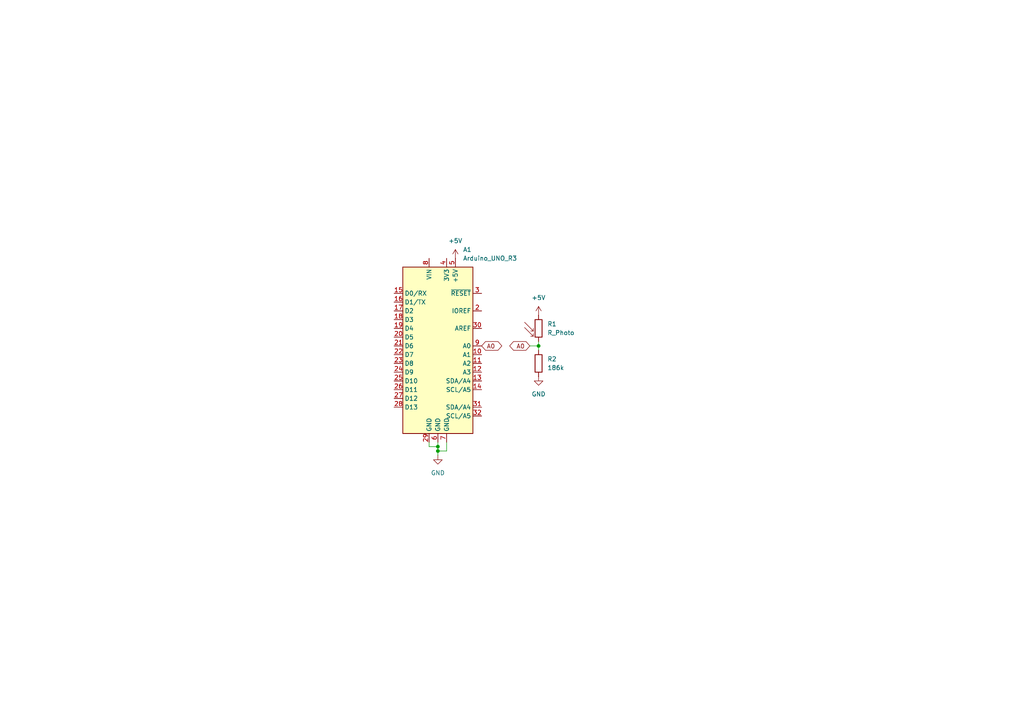
<source format=kicad_sch>
(kicad_sch (version 20231120) (generator "eeschema") (generator_version "8.0")
  (paper "A4")
  (lib_symbols
    (symbol "Device:R" (pin_numbers hide) (pin_names (offset 0))
      (property "Reference" "R" (at 2.032 0 90))
      (property "Value" "R" (at 0 0 90))
      (symbol "R_0_1"
        (rectangle (start -1.016 -2.54) (end 1.016 2.54) (stroke (width 0.254)))
      )
      (symbol "R_1_1"
        (pin passive line (at 0 3.81 270) (length 1.27) (name "~") (number "1"))
        (pin passive line (at 0 -3.81 90) (length 1.27) (name "~") (number "2"))
      )
    )
    (symbol "Device:R_Photo" (pin_numbers hide) (pin_names (offset 0))
      (property "Reference" "R" (at 1.27 1.27 0))
      (property "Value" "R_Photo" (at 1.27 0 0))
      (symbol "R_Photo_0_1"
        (rectangle (start -1.016 2.54) (end 1.016 -2.54) (stroke (width 0.254)))
        (polyline (pts (xy -1.524 -2.286) (xy -4.064 0.254)))
        (polyline (pts (xy -1.524 -2.286) (xy -2.286 -2.286)))
        (polyline (pts (xy -1.524 -2.286) (xy -1.524 -1.524)))
        (polyline (pts (xy -1.524 -0.762) (xy -4.064 1.778)))
        (polyline (pts (xy -1.524 -0.762) (xy -2.286 -0.762)))
        (polyline (pts (xy -1.524 -0.762) (xy -1.524 0)))
      )
      (symbol "R_Photo_1_1"
        (pin passive line (at 0 3.81 270) (length 1.27) (name "~") (number "1"))
        (pin passive line (at 0 -3.81 90) (length 1.27) (name "~") (number "2"))
      )
    )
    (symbol "MCU_Module:Arduino_UNO_R3"
      (property "Reference" "A" (at -10.16 23.495 0))
      (property "Value" "Arduino_UNO_R3" (at 5.08 -26.67 0))
      (symbol "Arduino_UNO_R3_0_1"
        (rectangle (start -10.16 22.86) (end 10.16 -25.4) (stroke (width 0.254)) (fill (type background)))
      )
      (symbol "Arduino_UNO_R3_1_1"
        (pin no_connect line (at -10.16 -20.32 0) (length 2.54) hide (name "NC") (number "1"))
        (pin bidirectional line (at 12.7 -2.54 180) (length 2.54) (name "A1") (number "10"))
        (pin bidirectional line (at 12.7 -5.08 180) (length 2.54) (name "A2") (number "11"))
        (pin bidirectional line (at 12.7 -7.62 180) (length 2.54) (name "A3") (number "12"))
        (pin bidirectional line (at 12.7 -10.16 180) (length 2.54) (name "SDA/A4") (number "13"))
        (pin bidirectional line (at 12.7 -12.7 180) (length 2.54) (name "SCL/A5") (number "14"))
        (pin bidirectional line (at -12.7 15.24 0) (length 2.54) (name "D0/RX") (number "15"))
        (pin bidirectional line (at -12.7 12.7 0) (length 2.54) (name "D1/TX") (number "16"))
        (pin bidirectional line (at -12.7 10.16 0) (length 2.54) (name "D2") (number "17"))
        (pin bidirectional line (at -12.7 7.62 0) (length 2.54) (name "D3") (number "18"))
        (pin bidirectional line (at -12.7 5.08 0) (length 2.54) (name "D4") (number "19"))
        (pin output line (at 12.7 10.16 180) (length 2.54) (name "IOREF") (number "2"))
        (pin bidirectional line (at -12.7 2.54 0) (length 2.54) (name "D5") (number "20"))
        (pin bidirectional line (at -12.7 0 0) (length 2.54) (name "D6") (number "21"))
        (pin bidirectional line (at -12.7 -2.54 0) (length 2.54) (name "D7") (number "22"))
        (pin bidirectional line (at -12.7 -5.08 0) (length 2.54) (name "D8") (number "23"))
        (pin bidirectional line (at -12.7 -7.62 0) (length 2.54) (name "D9") (number "24"))
        (pin bidirectional line (at -12.7 -10.16 0) (length 2.54) (name "D10") (number "25"))
        (pin bidirectional line (at -12.7 -12.7 0) (length 2.54) (name "D11") (number "26"))
        (pin bidirectional line (at -12.7 -15.24 0) (length 2.54) (name "D12") (number "27"))
        (pin bidirectional line (at -12.7 -17.78 0) (length 2.54) (name "D13") (number "28"))
        (pin power_in line (at -2.54 -27.94 90) (length 2.54) (name "GND") (number "29"))
        (pin input line (at 12.7 15.24 180) (length 2.54) (name "~{RESET}") (number "3"))
        (pin input line (at 12.7 5.08 180) (length 2.54) (name "AREF") (number "30"))
        (pin bidirectional line (at 12.7 -17.78 180) (length 2.54) (name "SDA/A4") (number "31"))
        (pin bidirectional line (at 12.7 -20.32 180) (length 2.54) (name "SCL/A5") (number "32"))
        (pin power_out line (at 2.54 25.4 270) (length 2.54) (name "3V3") (number "4"))
        (pin power_out line (at 5.08 25.4 270) (length 2.54) (name "+5V") (number "5"))
        (pin power_in line (at 0 -27.94 90) (length 2.54) (name "GND") (number "6"))
        (pin power_in line (at 2.54 -27.94 90) (length 2.54) (name "GND") (number "7"))
        (pin power_in line (at -2.54 25.4 270) (length 2.54) (name "VIN") (number "8"))
        (pin bidirectional line (at 12.7 0 180) (length 2.54) (name "A0") (number "9"))
      )
    )
    (symbol "power:+5V" (power) (pin_numbers hide) (pin_names (offset 0) hide)
      (property "Value" "+5V" (at 0 3.556 0))
      (symbol "+5V_0_1"
        (polyline (pts (xy -0.762 1.27) (xy 0 2.54)))
        (polyline (pts (xy 0 0) (xy 0 2.54)))
        (polyline (pts (xy 0 2.54) (xy 0.762 1.27)))
      )
      (symbol "+5V_1_1"
        (pin power_in line (at 0 0 90) (length 0) (name "~") (number "1"))
      )
    )
    (symbol "power:GND" (power) (pin_numbers hide) (pin_names (offset 0) hide)
      (property "Value" "GND" (at 0 -3.81 0))
      (symbol "GND_0_1"
        (polyline (pts (xy 0 0) (xy 0 -1.27) (xy 1.27 -1.27) (xy 0 -2.54) (xy -1.27 -1.27) (xy 0 -1.27)))
      )
      (symbol "GND_1_1"
        (pin power_in line (at 0 0 270) (length 0) (name "~") (number "1"))
      )
    )
  )
  (junction (at 127 130.81))
  (junction (at 127 129.54))
  (junction (at 156.21 100.33))
  (wire (pts (xy 127 128.27) (xy 127 129.54)))
  (wire (pts (xy 124.46 128.27) (xy 124.46 129.54)))
  (wire (pts (xy 156.21 101.6) (xy 156.21 100.33)))
  (wire (pts (xy 156.21 100.33) (xy 156.21 99.06)))
  (wire (pts (xy 127 129.54) (xy 127 130.81)))
  (wire (pts (xy 129.54 128.27) (xy 129.54 130.81)))
  (wire (pts (xy 124.46 129.54) (xy 127 129.54)))
  (wire (pts (xy 129.54 130.81) (xy 127 130.81)))
  (wire (pts (xy 153.67 100.33) (xy 156.21 100.33)))
  (wire (pts (xy 127 130.81) (xy 127 132.08)))
  (global_label "A0" (shape bidirectional) (at 139.7 100.33 0) (property "Intersheetrefs" "${INTERSHEET_REFS}" (effects (hide yes))))
  (global_label "A0" (shape bidirectional) (at 153.67 100.33 180) (property "Intersheetrefs" "${INTERSHEET_REFS}" (effects (hide yes))))
  (symbol (lib_id "power:+5V") (at 132.08 74.93 0) (unit 1)
    (property "Reference" "#PWR02" (effects (hide yes)))
    (property "Value" "+5V" (at 132.08 69.85 0))
    (property "Description" "Power symbol creates a global label with name \"+5V\"" (effects (hide yes)))
  )
  (symbol (lib_id "power:GND") (at 127 132.08 0) (unit 1)
    (property "Reference" "#PWR01" (effects (hide yes)))
    (property "Value" "GND" (at 127 137.16 0))
    (property "Description" "Power symbol creates a global label with name \"GND\" , ground" (effects (hide yes)))
  )
  (symbol (lib_id "power:+5V") (at 156.21 91.44 0) (unit 1)
    (property "Reference" "#PWR03" (effects (hide yes)))
    (property "Value" "+5V" (at 156.21 86.36 0))
    (property "Description" "Power symbol creates a global label with name \"+5V\"" (effects (hide yes)))
  )
  (symbol (lib_id "MCU_Module:Arduino_UNO_R3") (at 127 100.33 0) (unit 1)
    (property "Reference" "A1" (at 134.2741 72.39 0) (effects (justify left)))
    (property "Value" "Arduino_UNO_R3" (at 134.2741 74.93 0) (effects (justify left)))
    (property "Footprint" "Module:Arduino_UNO_R3" (effects (hide yes)))
    (property "Datasheet" "https://www.arduino.cc/en/Main/arduinoBoardUno" (effects (hide yes)))
    (property "Description" "Arduino UNO Microcontroller Module, release 3" (effects (hide yes)))
  )
  (symbol (lib_id "Device:R") (at 156.21 105.41 0) (unit 1)
    (property "Reference" "R2" (at 158.75 104.1399 0) (effects (justify left)))
    (property "Value" "186k" (at 158.75 106.6799 0) (effects (justify left)))
    (property "Description" "Resistor" (effects (hide yes)))
  )
  (symbol (lib_id "power:GND") (at 156.21 109.22 0) (unit 1)
    (property "Reference" "#PWR04" (effects (hide yes)))
    (property "Value" "GND" (at 156.21 114.3 0))
    (property "Description" "Power symbol creates a global label with name \"GND\" , ground" (effects (hide yes)))
  )
  (symbol (lib_id "Device:R_Photo") (at 156.21 95.25 0) (unit 1)
    (property "Reference" "R1" (at 158.75 93.9799 0) (effects (justify left)))
    (property "Value" "R_Photo" (at 158.75 96.5199 0) (effects (justify left)))
    (property "Description" "Photoresistor" (effects (hide yes)))
  )
)
</source>
